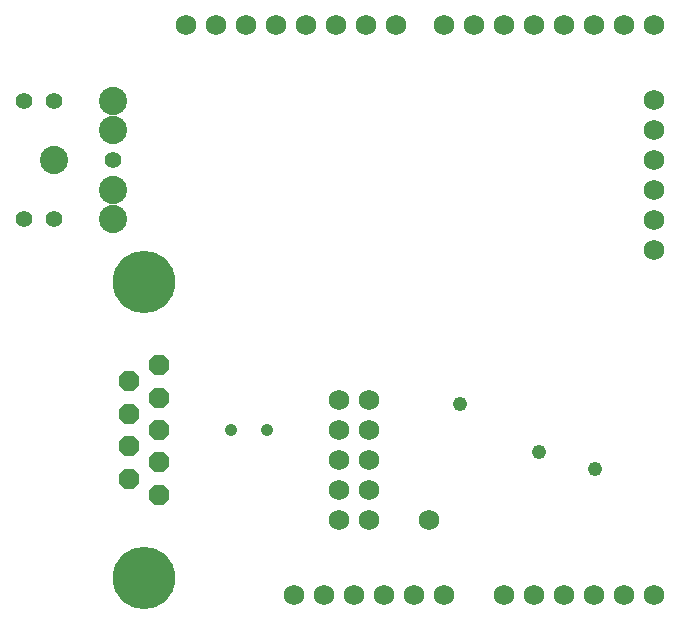
<source format=gbs>
G75*
G70*
%OFA0B0*%
%FSLAX24Y24*%
%IPPOS*%
%LPD*%
%AMOC8*
5,1,8,0,0,1.08239X$1,22.5*
%
%ADD10OC8,0.0680*%
%ADD11C,0.2080*%
%ADD12C,0.0680*%
%ADD13C,0.0415*%
%ADD14C,0.0552*%
%ADD15C,0.0940*%
%ADD16C,0.0480*%
D10*
X006701Y005565D03*
X007701Y005025D03*
X007701Y006105D03*
X006701Y006645D03*
X007701Y007185D03*
X006701Y007725D03*
X007701Y008265D03*
X006701Y008805D03*
X007701Y009345D03*
D11*
X007201Y012115D03*
X007201Y002255D03*
D12*
X012201Y001685D03*
X013201Y001685D03*
X014201Y001685D03*
X015201Y001685D03*
X016201Y001685D03*
X017201Y001685D03*
X019201Y001685D03*
X020201Y001685D03*
X021201Y001685D03*
X022201Y001685D03*
X023201Y001685D03*
X024201Y001685D03*
X016701Y004185D03*
X014701Y004185D03*
X013701Y004185D03*
X013701Y005185D03*
X014701Y005185D03*
X014701Y006185D03*
X013701Y006185D03*
X013701Y007185D03*
X014701Y007185D03*
X014701Y008185D03*
X013701Y008185D03*
X024201Y013185D03*
X024201Y014185D03*
X024201Y015185D03*
X024201Y016185D03*
X024201Y017185D03*
X024201Y018185D03*
X024201Y020685D03*
X023201Y020685D03*
X022201Y020685D03*
X021201Y020685D03*
X020201Y020685D03*
X019201Y020685D03*
X018201Y020685D03*
X017201Y020685D03*
X015601Y020685D03*
X014601Y020685D03*
X013601Y020685D03*
X012601Y020685D03*
X011601Y020685D03*
X010601Y020685D03*
X009601Y020685D03*
X008601Y020685D03*
D13*
X010111Y007185D03*
X011292Y007185D03*
D14*
X004201Y014217D03*
X003217Y014217D03*
X006170Y016185D03*
X004201Y018154D03*
X003217Y018154D03*
D15*
X004201Y016185D03*
X006170Y015201D03*
X006170Y014217D03*
X006170Y017170D03*
X006170Y018154D03*
D16*
X017741Y008045D03*
X020381Y006445D03*
X022221Y005885D03*
M02*

</source>
